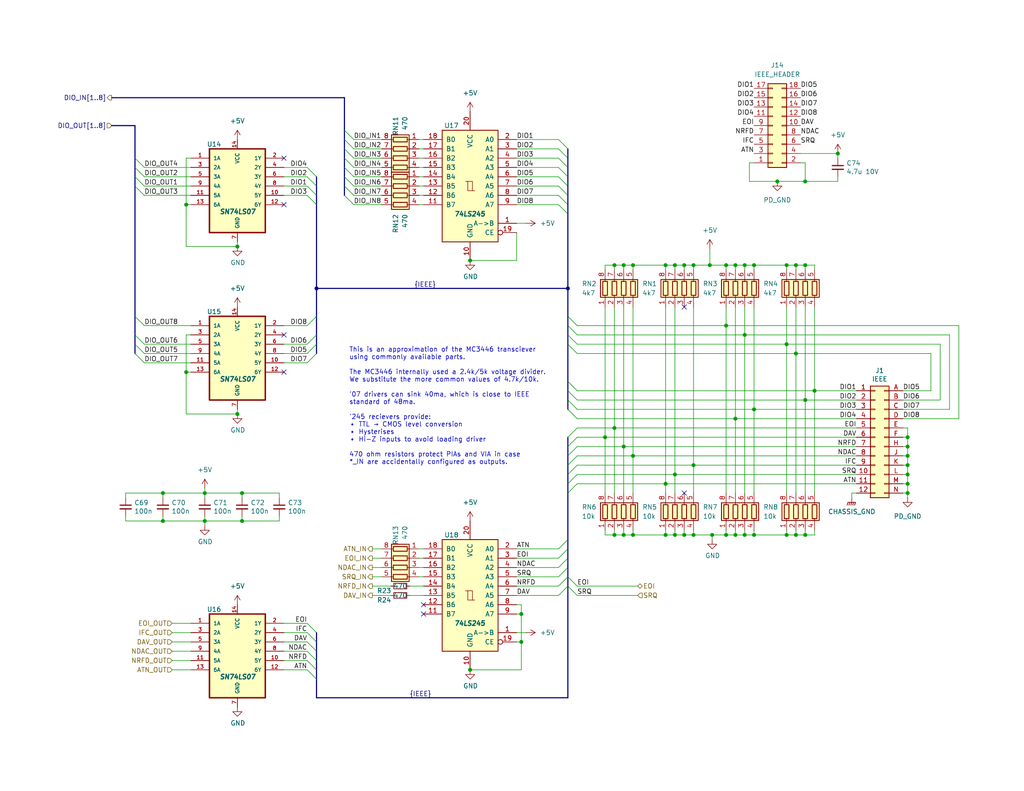
<source format=kicad_sch>
(kicad_sch (version 20211123) (generator eeschema)
  (paper "A")
  (title_block (title "EconoPET 40/8096") (date "2023-11-21") (rev "B"))
  (lib_symbols
    (symbol "74xx:74LS245" (pin_names (offset 1.016))
      (property "Reference" "U" (at -7.62 16.51 0))
      (property "Value" "74LS245" (at -7.62 -16.51 0))
      (symbol "74LS245_1_0"
        (pin input line (at -12.7 -10.16 0) (length 5.08) (name "A->B") (number "1"))
        (pin power_in line (at 0 -20.32 90) (length 5.08) (name "GND") (number "10"))
        (pin tri_state line (at 12.7 -5.08 180) (length 5.08) (name "B7") (number "11"))
        (pin tri_state line (at 12.7 -2.54 180) (length 5.08) (name "B6") (number "12"))
        (pin tri_state line (at 12.7 0 180) (length 5.08) (name "B5") (number "13"))
        (pin tri_state line (at 12.7 2.54 180) (length 5.08) (name "B4") (number "14"))
        (pin tri_state line (at 12.7 5.08 180) (length 5.08) (name "B3") (number "15"))
        (pin tri_state line (at 12.7 7.62 180) (length 5.08) (name "B2") (number "16"))
        (pin tri_state line (at 12.7 10.16 180) (length 5.08) (name "B1") (number "17"))
        (pin tri_state line (at 12.7 12.7 180) (length 5.08) (name "B0") (number "18"))
        (pin input inverted (at -12.7 -12.7 0) (length 5.08) (name "CE") (number "19"))
        (pin tri_state line (at -12.7 12.7 0) (length 5.08) (name "A0") (number "2"))
        (pin power_in line (at 0 20.32 270) (length 5.08) (name "VCC") (number "20"))
        (pin tri_state line (at -12.7 10.16 0) (length 5.08) (name "A1") (number "3"))
        (pin tri_state line (at -12.7 7.62 0) (length 5.08) (name "A2") (number "4"))
        (pin tri_state line (at -12.7 5.08 0) (length 5.08) (name "A3") (number "5"))
        (pin tri_state line (at -12.7 2.54 0) (length 5.08) (name "A4") (number "6"))
        (pin tri_state line (at -12.7 0 0) (length 5.08) (name "A5") (number "7"))
        (pin tri_state line (at -12.7 -2.54 0) (length 5.08) (name "A6") (number "8"))
        (pin tri_state line (at -12.7 -5.08 0) (length 5.08) (name "A7") (number "9"))
      )
    )
    (symbol "Connector_Generic:Conn_02x09_Odd_Even" (pin_names (offset 1.016) hide)
      (property "Reference" "J" (at 1.27 12.7 0))
      (property "Value" "Conn_02x09_Odd_Even" (at 1.27 -12.7 0))
      (symbol "Conn_02x09_Odd_Even_1_1"
        (pin passive line (at -5.08 10.16 0) (length 3.81) (name "Pin_1") (number "1"))
        (pin passive line (at 7.62 0 180) (length 3.81) (name "Pin_10") (number "10"))
        (pin passive line (at -5.08 -2.54 0) (length 3.81) (name "Pin_11") (number "11"))
        (pin passive line (at 7.62 -2.54 180) (length 3.81) (name "Pin_12") (number "12"))
        (pin passive line (at -5.08 -5.08 0) (length 3.81) (name "Pin_13") (number "13"))
        (pin passive line (at 7.62 -5.08 180) (length 3.81) (name "Pin_14") (number "14"))
        (pin passive line (at -5.08 -7.62 0) (length 3.81) (name "Pin_15") (number "15"))
        (pin passive line (at 7.62 -7.62 180) (length 3.81) (name "Pin_16") (number "16"))
        (pin passive line (at -5.08 -10.16 0) (length 3.81) (name "Pin_17") (number "17"))
        (pin passive line (at 7.62 -10.16 180) (length 3.81) (name "Pin_18") (number "18"))
        (pin passive line (at 7.62 10.16 180) (length 3.81) (name "Pin_2") (number "2"))
        (pin passive line (at -5.08 7.62 0) (length 3.81) (name "Pin_3") (number "3"))
        (pin passive line (at 7.62 7.62 180) (length 3.81) (name "Pin_4") (number "4"))
        (pin passive line (at -5.08 5.08 0) (length 3.81) (name "Pin_5") (number "5"))
        (pin passive line (at 7.62 5.08 180) (length 3.81) (name "Pin_6") (number "6"))
        (pin passive line (at -5.08 2.54 0) (length 3.81) (name "Pin_7") (number "7"))
        (pin passive line (at 7.62 2.54 180) (length 3.81) (name "Pin_8") (number "8"))
        (pin passive line (at -5.08 0 0) (length 3.81) (name "Pin_9") (number "9"))
      )
    )
    (symbol "Device:C_Small" (pin_numbers hide) (pin_names (offset 0.254) hide)
      (property "Reference" "C" (at 0.254 1.778 0))
      (property "Value" "C_Small" (at 0.254 -2.032 0))
      (symbol "C_Small_1_1"
        (pin passive line (at 0 2.54 270) (length 2.032) (name "~") (number "1"))
        (pin passive line (at 0 -2.54 90) (length 2.032) (name "~") (number "2"))
      )
    )
    (symbol "Device:R_Pack04" (pin_names (offset 0) hide)
      (property "Reference" "RN" (at -7.62 0 90))
      (property "Value" "R_Pack04" (at 5.08 0 90))
      (symbol "R_Pack04_1_1"
        (pin passive line (at -5.08 -5.08 90) (length 2.54) (name "R1.1") (number "1"))
        (pin passive line (at -2.54 -5.08 90) (length 2.54) (name "R2.1") (number "2"))
        (pin passive line (at 0 -5.08 90) (length 2.54) (name "R3.1") (number "3"))
        (pin passive line (at 2.54 -5.08 90) (length 2.54) (name "R4.1") (number "4"))
        (pin passive line (at 2.54 5.08 270) (length 2.54) (name "R4.2") (number "5"))
        (pin passive line (at 0 5.08 270) (length 2.54) (name "R3.2") (number "6"))
        (pin passive line (at -2.54 5.08 270) (length 2.54) (name "R2.2") (number "7"))
        (pin passive line (at -5.08 5.08 270) (length 2.54) (name "R1.2") (number "8"))
      )
    )
    (symbol "Device:R_Small" (pin_numbers hide) (pin_names (offset 0.254) hide)
      (property "Reference" "R" (at 0.762 0.508 0))
      (property "Value" "R_Small" (at 0.762 -1.016 0))
      (symbol "R_Small_1_1"
        (pin passive line (at 0 2.54 270) (length 0.762) (name "~") (number "1"))
        (pin passive line (at 0 -2.54 90) (length 0.762) (name "~") (number "2"))
      )
    )
    (symbol "Mainboard-rescue:SN74LS07-PET" (pin_names (offset 1.016))
      (property "Reference" "U" (at -12.7 16.2306 0))
      (property "Value" "SN74LS07-PET" (at -10.16 -2.7178 0))
      (symbol "SN74LS07-PET_0_0"
        (pin input line (at -17.78 12.7 0) (length 5.08) (name "1A") (number "1"))
        (pin output line (at 7.62 2.54 180) (length 5.08) (name "5Y") (number "10"))
        (pin input line (at -17.78 2.54 0) (length 5.08) (name "5A") (number "11"))
        (pin output line (at 7.62 0 180) (length 5.08) (name "6Y") (number "12"))
        (pin input line (at -17.78 0 0) (length 5.08) (name "6A") (number "13"))
        (pin power_in line (at -5.08 17.78 270) (length 2.54) (name "VCC") (number "14"))
        (pin output line (at 7.62 12.7 180) (length 5.08) (name "1Y") (number "2"))
        (pin input line (at -17.78 10.16 0) (length 5.08) (name "2A") (number "3"))
        (pin output line (at 7.62 10.16 180) (length 5.08) (name "2Y") (number "4"))
        (pin input line (at -17.78 7.62 0) (length 5.08) (name "3A") (number "5"))
        (pin output line (at 7.62 7.62 180) (length 5.08) (name "3Y") (number "6"))
        (pin power_in line (at -5.08 -10.16 90) (length 2.54) (name "GND") (number "7"))
        (pin output line (at 7.62 5.08 180) (length 5.08) (name "4Y") (number "8"))
        (pin input line (at -17.78 5.08 0) (length 5.08) (name "4A") (number "9"))
      )
    )
    (symbol "PET:CHASSIS_GND" (power) (pin_names (offset 0))
      (property "Value" "CHASSIS_GND" (at 0 -3.302 0))
      (symbol "CHASSIS_GND_1_1"
        (pin power_in line (at 0 0 270) (length 0) hide (name "CHASSIS_GND") (number "1"))
      )
    )
    (symbol "PET:PD_GND" (power) (pin_names (offset 0))
      (property "Value" "PD_GND" (at 0 -3.81 0))
      (symbol "PD_GND_1_1"
        (pin power_in line (at 0 0 270) (length 0) hide (name "PD_GND") (number "1"))
      )
    )
    (symbol "Retrocomputing:CBM_PET_IEEE_Conn_02x12_Card_Edge" (pin_names (offset 1.016) hide)
      (property "Reference" "J" (at 1.27 15.24 0))
      (property "Value" "CBM_PET_IEEE_Conn_02x12_Card_Edge" (at 1.27 -17.78 0))
      (symbol "CBM_PET_IEEE_Conn_02x12_Card_Edge_1_1"
        (pin passive line (at -5.08 12.7 0) (length 3.81) (name "DIO1") (number "1"))
        (pin passive line (at -5.08 -10.16 0) (length 3.81) (name "SRQ") (number "10"))
        (pin passive line (at -5.08 -12.7 0) (length 3.81) (name "ATN") (number "11"))
        (pin passive line (at -5.08 -15.24 0) (length 3.81) (name "GND") (number "12"))
        (pin passive line (at -5.08 10.16 0) (length 3.81) (name "DIO2") (number "2"))
        (pin passive line (at -5.08 7.62 0) (length 3.81) (name "DIO3") (number "3"))
        (pin passive line (at -5.08 5.08 0) (length 3.81) (name "DIO4") (number "4"))
        (pin passive line (at -5.08 2.54 0) (length 3.81) (name "EOI") (number "5"))
        (pin passive line (at -5.08 0 0) (length 3.81) (name "DAV") (number "6"))
        (pin passive line (at -5.08 -2.54 0) (length 3.81) (name "NRFD") (number "7"))
        (pin passive line (at -5.08 -5.08 0) (length 3.81) (name "NDAC") (number "8"))
        (pin passive line (at -5.08 -7.62 0) (length 3.81) (name "IFC") (number "9"))
        (pin passive line (at 7.62 12.7 180) (length 3.81) (name "DIO5") (number "A"))
        (pin passive line (at 7.62 10.16 180) (length 3.81) (name "DIO6") (number "B"))
        (pin passive line (at 7.62 7.62 180) (length 3.81) (name "DIO7") (number "C"))
        (pin passive line (at 7.62 5.08 180) (length 3.81) (name "DIO8") (number "D"))
        (pin passive line (at 7.62 2.54 180) (length 3.81) (name "GND") (number "E"))
        (pin passive line (at 7.62 0 180) (length 3.81) (name "GND") (number "F"))
        (pin passive line (at 7.62 -2.54 180) (length 3.81) (name "GND") (number "H"))
        (pin passive line (at 7.62 -5.08 180) (length 3.81) (name "GND") (number "J"))
        (pin passive line (at 7.62 -7.62 180) (length 3.81) (name "GND") (number "K"))
        (pin passive line (at 7.62 -10.16 180) (length 3.81) (name "GND") (number "L"))
        (pin passive line (at 7.62 -12.7 180) (length 3.81) (name "GND") (number "M"))
        (pin passive line (at 7.62 -15.24 180) (length 3.81) (name "GND") (number "N"))
      )
    )
    (symbol "power:+5V" (power) (pin_names (offset 0))
      (property "Value" "+5V" (at 0 3.556 0))
      (symbol "+5V_1_1"
        (pin power_in line (at 0 0 90) (length 0) hide (name "+5V") (number "1"))
      )
    )
    (symbol "power:GND" (power) (pin_names (offset 0))
      (property "Value" "GND" (at 0 -3.81 0))
      (symbol "GND_1_1"
        (pin power_in line (at 0 0 270) (length 0) hide (name "GND") (number "1"))
      )
    )
  )
  (bus_alias "IEEE_IN" (members "DAV_IN" "NRFD_IN" "NDAC_IN" "ATN_IN" "EOI_IN" "SRQ_IN"))
  (bus_alias "IEEE" (members "ATN" "EOI" "NDAC" "SRQ" "NRFD" "DAV" "IFC" "DIO8" "DIO1" "DIO2" "DIO3" "DIO4" "DIO5" "DIO6" "DIO7"))
  (junction (at 247.65 132.08))
  (junction (at 128.27 71.12))
  (junction (at 222.25 106.68))
  (junction (at 184.15 129.54))
  (junction (at 247.65 129.54))
  (junction (at 189.23 127))
  (junction (at 44.45 134.62))
  (junction (at 200.66 72.39))
  (junction (at 214.63 72.39))
  (junction (at 66.04 134.62))
  (junction (at 205.74 111.76))
  (junction (at 167.64 116.84))
  (junction (at 214.63 93.98))
  (junction (at 167.64 72.39))
  (junction (at 86.36 78.74))
  (junction (at 247.65 127))
  (junction (at 189.23 146.05))
  (junction (at 184.15 146.05))
  (junction (at 64.77 67.31))
  (junction (at 50.8 101.6))
  (junction (at 170.18 146.05))
  (junction (at 247.65 121.92))
  (junction (at 217.17 72.39))
  (junction (at 247.65 134.62))
  (junction (at 198.12 146.05))
  (junction (at 228.6 41.91))
  (junction (at 55.88 142.24))
  (junction (at 128.27 182.88))
  (junction (at 205.74 146.05))
  (junction (at 200.66 146.05))
  (junction (at 203.2 91.44))
  (junction (at 181.61 146.05))
  (junction (at 165.1 119.38))
  (junction (at 193.675 72.39))
  (junction (at 181.61 72.39))
  (junction (at 142.24 175.26))
  (junction (at 172.72 146.05))
  (junction (at 66.04 142.24))
  (junction (at 167.64 146.05))
  (junction (at 154.94 78.74))
  (junction (at 64.77 113.03))
  (junction (at 214.63 146.05))
  (junction (at 170.18 72.39))
  (junction (at 203.2 72.39))
  (junction (at 212.09 49.53))
  (junction (at 219.71 72.39))
  (junction (at 198.12 72.39))
  (junction (at 170.18 121.92))
  (junction (at 142.24 167.64))
  (junction (at 203.2 146.05))
  (junction (at 200.66 114.3))
  (junction (at 181.61 132.08))
  (junction (at 247.65 119.38))
  (junction (at 172.72 124.46))
  (junction (at 194.31 146.05))
  (junction (at 219.71 49.53))
  (junction (at 186.69 72.39))
  (junction (at 217.17 146.05))
  (junction (at 189.23 72.39))
  (junction (at 186.69 146.05))
  (junction (at 217.17 96.52))
  (junction (at 247.65 124.46))
  (junction (at 219.71 146.05))
  (junction (at 184.15 72.39))
  (junction (at 172.72 72.39))
  (junction (at 219.71 109.22))
  (junction (at 205.74 72.39))
  (junction (at 50.8 55.88))
  (junction (at 44.45 142.24))
  (junction (at 198.12 88.9))
  (junction (at 55.88 134.62))
  (no_connect (at 77.47 91.44))
  (no_connect (at 77.47 101.6))
  (no_connect (at 77.47 55.88))
  (no_connect (at 77.47 43.18))
  (no_connect (at 186.69 83.82))
  (no_connect (at 115.57 165.1))
  (no_connect (at 115.57 167.64))
  (no_connect (at 186.69 134.62))
  (bus_entry (at 154.94 111.76) (size 2.54 2.54))
  (bus_entry (at 36.83 50.8) (size 2.54 2.54))
  (bus_entry (at 36.83 48.26) (size 2.54 2.54))
  (bus_entry (at 86.36 175.26) (size -2.54 -2.54))
  (bus_entry (at 36.83 86.36) (size 2.54 2.54))
  (bus_entry (at 152.4 55.88) (size 2.54 2.54))
  (bus_entry (at 152.4 38.1) (size 2.54 2.54))
  (bus_entry (at 154.94 127) (size 2.54 -2.54))
  (bus_entry (at 154.94 119.38) (size 2.54 -2.54))
  (bus_entry (at 93.98 43.18) (size 2.54 2.54))
  (bus_entry (at 152.4 40.64) (size 2.54 2.54))
  (bus_entry (at 154.94 132.08) (size 2.54 -2.54))
  (bus_entry (at 154.94 106.68) (size 2.54 2.54))
  (bus_entry (at 152.4 50.8) (size 2.54 2.54))
  (bus_entry (at 93.98 50.8) (size 2.54 2.54))
  (bus_entry (at 157.48 96.52) (size -2.54 -2.54))
  (bus_entry (at 152.4 43.18) (size 2.54 2.54))
  (bus_entry (at 93.98 53.34) (size 2.54 2.54))
  (bus_entry (at 93.98 38.1) (size 2.54 2.54))
  (bus_entry (at 86.36 48.26) (size -2.54 -2.54))
  (bus_entry (at 157.48 93.98) (size -2.54 -2.54))
  (bus_entry (at 152.4 45.72) (size 2.54 2.54))
  (bus_entry (at 36.83 93.98) (size 2.54 2.54))
  (bus_entry (at 154.94 152.4) (size -2.54 2.54))
  (bus_entry (at 83.82 93.98) (size 2.54 -2.54))
  (bus_entry (at 154.94 134.62) (size 2.54 -2.54))
  (bus_entry (at 86.36 180.34) (size -2.54 -2.54))
  (bus_entry (at 93.98 40.64) (size 2.54 2.54))
  (bus_entry (at 154.94 157.48) (size -2.54 2.54))
  (bus_entry (at 86.36 50.8) (size -2.54 -2.54))
  (bus_entry (at 93.98 45.72) (size 2.54 2.54))
  (bus_entry (at 154.94 121.92) (size 2.54 -2.54))
  (bus_entry (at 152.4 53.34) (size 2.54 2.54))
  (bus_entry (at 86.36 185.42) (size -2.54 -2.54))
  (bus_entry (at 36.83 45.72) (size 2.54 2.54))
  (bus_entry (at 86.36 86.36) (size -2.54 2.54))
  (bus_entry (at 93.98 48.26) (size 2.54 2.54))
  (bus_entry (at 36.83 96.52) (size 2.54 2.54))
  (bus_entry (at 154.94 147.32) (size -2.54 2.54))
  (bus_entry (at 86.36 55.88) (size -2.54 -2.54))
  (bus_entry (at 36.83 43.18) (size 2.54 2.54))
  (bus_entry (at 154.94 154.94) (size -2.54 2.54))
  (bus_entry (at 83.82 99.06) (size 2.54 -2.54))
  (bus_entry (at 86.36 182.88) (size -2.54 -2.54))
  (bus_entry (at 154.94 160.02) (size 2.54 2.54))
  (bus_entry (at 154.94 157.48) (size 2.54 2.54))
  (bus_entry (at 157.48 88.9) (size -2.54 -2.54))
  (bus_entry (at 86.36 53.34) (size -2.54 -2.54))
  (bus_entry (at 154.94 124.46) (size 2.54 -2.54))
  (bus_entry (at 86.36 93.98) (size -2.54 2.54))
  (bus_entry (at 86.36 177.8) (size -2.54 -2.54))
  (bus_entry (at 86.36 172.72) (size -2.54 -2.54))
  (bus_entry (at 93.98 35.56) (size 2.54 2.54))
  (bus_entry (at 152.4 48.26) (size 2.54 2.54))
  (bus_entry (at 154.94 149.86) (size -2.54 2.54))
  (bus_entry (at 36.83 91.44) (size 2.54 2.54))
  (bus_entry (at 154.94 109.22) (size 2.54 2.54))
  (bus_entry (at 154.94 129.54) (size 2.54 -2.54))
  (bus_entry (at 154.94 160.02) (size -2.54 2.54))
  (bus_entry (at 154.94 104.14) (size 2.54 2.54))
  (bus_entry (at 157.48 91.44) (size -2.54 -2.54))
  (wire (pts (xy 214.63 93.98) (xy 214.63 134.62)))
  (wire (pts (xy 157.48 93.98) (xy 214.63 93.98)))
  (wire (pts (xy 172.72 83.82) (xy 172.72 124.46)))
  (wire (pts (xy 246.38 132.08) (xy 247.65 132.08)))
  (wire (pts (xy 181.61 72.39) (xy 181.61 73.66)))
  (wire (pts (xy 203.2 91.44) (xy 157.48 91.44)))
  (wire (pts (xy 219.71 83.82) (xy 219.71 109.22)))
  (bus (pts (xy 154.94 149.86) (xy 154.94 152.4)))
  (wire (pts (xy 181.61 83.82) (xy 181.61 132.08)))
  (wire (pts (xy 198.12 88.9) (xy 157.48 88.9)))
  (wire (pts (xy 247.65 121.92) (xy 247.65 124.46)))
  (wire (pts (xy 228.6 41.91) (xy 228.6 43.18)))
  (wire (pts (xy 114.3 154.94) (xy 115.57 154.94)))
  (wire (pts (xy 205.74 146.05) (xy 214.63 146.05)))
  (wire (pts (xy 217.17 72.39) (xy 219.71 72.39)))
  (bus (pts (xy 86.36 91.44) (xy 86.36 93.98)))
  (wire (pts (xy 55.88 133.35) (xy 55.88 134.62)))
  (bus (pts (xy 154.94 152.4) (xy 154.94 154.94)))
  (wire (pts (xy 247.65 116.84) (xy 247.65 119.38)))
  (wire (pts (xy 76.2 134.62) (xy 76.2 135.89)))
  (wire (pts (xy 39.37 93.98) (xy 52.07 93.98)))
  (wire (pts (xy 219.71 72.39) (xy 222.25 72.39)))
  (bus (pts (xy 93.98 40.64) (xy 93.98 43.18)))
  (bus (pts (xy 154.94 124.46) (xy 154.94 127)))
  (bus (pts (xy 93.98 48.26) (xy 93.98 50.8)))
  (wire (pts (xy 167.64 116.84) (xy 167.64 134.62)))
  (wire (pts (xy 66.04 140.97) (xy 66.04 142.24)))
  (wire (pts (xy 157.48 132.08) (xy 181.61 132.08)))
  (bus (pts (xy 154.94 121.92) (xy 154.94 124.46)))
  (wire (pts (xy 200.66 83.82) (xy 200.66 114.3)))
  (bus (pts (xy 154.94 40.64) (xy 154.94 43.18)))
  (wire (pts (xy 172.72 124.46) (xy 233.68 124.46)))
  (wire (pts (xy 128.27 182.88) (xy 142.24 182.88)))
  (bus (pts (xy 86.36 86.36) (xy 86.36 91.44)))
  (wire (pts (xy 39.37 53.34) (xy 52.07 53.34)))
  (bus (pts (xy 154.94 104.14) (xy 154.94 106.68)))
  (wire (pts (xy 246.38 121.92) (xy 247.65 121.92)))
  (wire (pts (xy 189.23 127) (xy 233.68 127)))
  (wire (pts (xy 77.47 172.72) (xy 83.82 172.72)))
  (wire (pts (xy 203.2 146.05) (xy 205.74 146.05)))
  (wire (pts (xy 194.31 147.32) (xy 194.31 146.05)))
  (wire (pts (xy 96.52 38.1) (xy 104.14 38.1)))
  (wire (pts (xy 214.63 83.82) (xy 214.63 93.98)))
  (wire (pts (xy 189.23 83.82) (xy 189.23 127)))
  (wire (pts (xy 157.48 124.46) (xy 172.72 124.46)))
  (wire (pts (xy 189.23 144.78) (xy 189.23 146.05)))
  (wire (pts (xy 44.45 140.97) (xy 44.45 142.24)))
  (wire (pts (xy 157.48 119.38) (xy 165.1 119.38)))
  (wire (pts (xy 246.38 109.22) (xy 256.54 109.22)))
  (wire (pts (xy 66.04 135.89) (xy 66.04 134.62)))
  (wire (pts (xy 39.37 88.9) (xy 52.07 88.9)))
  (wire (pts (xy 247.65 127) (xy 247.65 129.54)))
  (bus (pts (xy 36.83 91.44) (xy 36.83 93.98)))
  (wire (pts (xy 167.64 146.05) (xy 170.18 146.05)))
  (wire (pts (xy 172.72 124.46) (xy 172.72 134.62)))
  (wire (pts (xy 181.61 132.08) (xy 181.61 134.62)))
  (wire (pts (xy 44.45 134.62) (xy 55.88 134.62)))
  (bus (pts (xy 93.98 26.67) (xy 93.98 35.56)))
  (wire (pts (xy 217.17 96.52) (xy 254 96.52)))
  (bus (pts (xy 93.98 45.72) (xy 93.98 48.26)))
  (wire (pts (xy 83.82 177.8) (xy 77.47 177.8)))
  (wire (pts (xy 170.18 146.05) (xy 172.72 146.05)))
  (wire (pts (xy 219.71 144.78) (xy 219.71 146.05)))
  (bus (pts (xy 154.94 147.32) (xy 154.94 149.86)))
  (wire (pts (xy 172.72 144.78) (xy 172.72 146.05)))
  (bus (pts (xy 86.36 180.34) (xy 86.36 182.88)))
  (wire (pts (xy 261.62 114.3) (xy 261.62 88.9)))
  (wire (pts (xy 39.37 45.72) (xy 52.07 45.72)))
  (wire (pts (xy 142.24 167.64) (xy 142.24 175.26)))
  (wire (pts (xy 115.57 157.48) (xy 114.3 157.48)))
  (wire (pts (xy 39.37 50.8) (xy 52.07 50.8)))
  (wire (pts (xy 170.18 144.78) (xy 170.18 146.05)))
  (bus (pts (xy 86.36 55.88) (xy 86.36 78.74)))
  (bus (pts (xy 93.98 35.56) (xy 93.98 38.1)))
  (wire (pts (xy 140.97 162.56) (xy 152.4 162.56)))
  (wire (pts (xy 170.18 72.39) (xy 172.72 72.39)))
  (wire (pts (xy 259.08 111.76) (xy 259.08 91.44)))
  (wire (pts (xy 246.38 134.62) (xy 247.65 134.62)))
  (wire (pts (xy 114.3 40.64) (xy 115.57 40.64)))
  (wire (pts (xy 77.47 45.72) (xy 83.82 45.72)))
  (wire (pts (xy 46.99 172.72) (xy 52.07 172.72)))
  (wire (pts (xy 184.15 129.54) (xy 184.15 134.62)))
  (wire (pts (xy 246.38 129.54) (xy 247.65 129.54)))
  (wire (pts (xy 167.64 116.84) (xy 233.68 116.84)))
  (wire (pts (xy 142.24 175.26) (xy 142.24 182.88)))
  (bus (pts (xy 154.94 45.72) (xy 154.94 48.26)))
  (wire (pts (xy 219.71 109.22) (xy 233.68 109.22)))
  (wire (pts (xy 140.97 71.12) (xy 128.27 71.12)))
  (wire (pts (xy 140.97 152.4) (xy 152.4 152.4)))
  (bus (pts (xy 154.94 58.42) (xy 154.94 78.74)))
  (wire (pts (xy 96.52 55.88) (xy 104.14 55.88)))
  (bus (pts (xy 86.36 93.98) (xy 86.36 96.52)))
  (wire (pts (xy 140.97 63.5) (xy 140.97 71.12)))
  (bus (pts (xy 154.94 160.02) (xy 154.94 190.5)))
  (wire (pts (xy 246.38 124.46) (xy 247.65 124.46)))
  (wire (pts (xy 198.12 83.82) (xy 198.12 88.9)))
  (wire (pts (xy 198.12 146.05) (xy 200.66 146.05)))
  (bus (pts (xy 154.94 154.94) (xy 154.94 157.48)))
  (wire (pts (xy 203.2 91.44) (xy 203.2 134.62)))
  (wire (pts (xy 157.48 96.52) (xy 217.17 96.52)))
  (wire (pts (xy 165.1 73.66) (xy 165.1 72.39)))
  (wire (pts (xy 34.29 134.62) (xy 44.45 134.62)))
  (wire (pts (xy 66.04 142.24) (xy 55.88 142.24)))
  (wire (pts (xy 96.52 48.26) (xy 104.14 48.26)))
  (wire (pts (xy 114.3 38.1) (xy 115.57 38.1)))
  (wire (pts (xy 232.41 134.62) (xy 232.41 135.89)))
  (wire (pts (xy 204.47 44.45) (xy 205.74 44.45)))
  (wire (pts (xy 247.65 132.08) (xy 247.65 134.62)))
  (wire (pts (xy 198.12 88.9) (xy 198.12 134.62)))
  (wire (pts (xy 157.48 109.22) (xy 219.71 109.22)))
  (wire (pts (xy 246.38 114.3) (xy 261.62 114.3)))
  (bus (pts (xy 86.36 78.74) (xy 86.36 86.36)))
  (wire (pts (xy 83.82 96.52) (xy 77.47 96.52)))
  (wire (pts (xy 77.47 93.98) (xy 83.82 93.98)))
  (wire (pts (xy 203.2 144.78) (xy 203.2 146.05)))
  (wire (pts (xy 76.2 142.24) (xy 66.04 142.24)))
  (wire (pts (xy 140.97 165.1) (xy 142.24 165.1)))
  (wire (pts (xy 222.25 72.39) (xy 222.25 73.66)))
  (wire (pts (xy 39.37 99.06) (xy 52.07 99.06)))
  (wire (pts (xy 167.64 72.39) (xy 170.18 72.39)))
  (wire (pts (xy 96.52 53.34) (xy 104.14 53.34)))
  (wire (pts (xy 96.52 50.8) (xy 104.14 50.8)))
  (wire (pts (xy 181.61 132.08) (xy 233.68 132.08)))
  (wire (pts (xy 96.52 40.64) (xy 104.14 40.64)))
  (bus (pts (xy 36.83 34.29) (xy 36.83 43.18)))
  (wire (pts (xy 205.74 72.39) (xy 214.63 72.39)))
  (wire (pts (xy 186.69 72.39) (xy 189.23 72.39)))
  (bus (pts (xy 154.94 55.88) (xy 154.94 58.42)))
  (wire (pts (xy 246.38 106.68) (xy 254 106.68)))
  (wire (pts (xy 200.66 114.3) (xy 200.66 134.62)))
  (wire (pts (xy 217.17 144.78) (xy 217.17 146.05)))
  (bus (pts (xy 93.98 50.8) (xy 93.98 53.34)))
  (wire (pts (xy 50.8 43.18) (xy 50.8 55.88)))
  (wire (pts (xy 205.74 83.82) (xy 205.74 111.76)))
  (bus (pts (xy 36.83 93.98) (xy 36.83 96.52)))
  (wire (pts (xy 184.15 129.54) (xy 233.68 129.54)))
  (bus (pts (xy 36.83 86.36) (xy 36.83 91.44)))
  (wire (pts (xy 205.74 111.76) (xy 205.74 134.62)))
  (wire (pts (xy 140.97 157.48) (xy 152.4 157.48)))
  (wire (pts (xy 219.71 146.05) (xy 222.25 146.05)))
  (wire (pts (xy 247.65 124.46) (xy 247.65 127)))
  (bus (pts (xy 154.94 78.74) (xy 154.94 86.36)))
  (wire (pts (xy 212.09 49.53) (xy 219.71 49.53)))
  (wire (pts (xy 261.62 88.9) (xy 198.12 88.9)))
  (wire (pts (xy 34.29 142.24) (xy 34.29 140.97)))
  (bus (pts (xy 36.83 48.26) (xy 36.83 50.8)))
  (wire (pts (xy 204.47 49.53) (xy 204.47 44.45)))
  (wire (pts (xy 228.6 48.26) (xy 228.6 49.53)))
  (bus (pts (xy 154.94 86.36) (xy 154.94 88.9)))
  (wire (pts (xy 157.48 116.84) (xy 167.64 116.84)))
  (bus (pts (xy 36.83 50.8) (xy 36.83 86.36)))
  (wire (pts (xy 165.1 72.39) (xy 167.64 72.39)))
  (wire (pts (xy 140.97 172.72) (xy 143.51 172.72)))
  (wire (pts (xy 115.57 50.8) (xy 114.3 50.8)))
  (wire (pts (xy 165.1 119.38) (xy 165.1 134.62)))
  (wire (pts (xy 140.97 55.88) (xy 152.4 55.88)))
  (wire (pts (xy 140.97 149.86) (xy 152.4 149.86)))
  (wire (pts (xy 34.29 142.24) (xy 44.45 142.24)))
  (bus (pts (xy 86.36 78.74) (xy 154.94 78.74)))
  (wire (pts (xy 140.97 154.94) (xy 152.4 154.94)))
  (wire (pts (xy 83.82 99.06) (xy 77.47 99.06)))
  (wire (pts (xy 181.61 146.05) (xy 184.15 146.05)))
  (wire (pts (xy 222.25 106.68) (xy 233.68 106.68)))
  (wire (pts (xy 246.38 127) (xy 247.65 127)))
  (wire (pts (xy 184.15 144.78) (xy 184.15 146.05)))
  (wire (pts (xy 104.14 154.94) (xy 101.6 154.94)))
  (wire (pts (xy 140.97 60.96) (xy 143.51 60.96)))
  (wire (pts (xy 222.25 106.68) (xy 222.25 134.62)))
  (wire (pts (xy 246.38 119.38) (xy 247.65 119.38)))
  (wire (pts (xy 140.97 53.34) (xy 152.4 53.34)))
  (wire (pts (xy 55.88 135.89) (xy 55.88 134.62)))
  (bus (pts (xy 86.36 53.34) (xy 86.36 55.88)))
  (wire (pts (xy 170.18 83.82) (xy 170.18 121.92)))
  (wire (pts (xy 142.24 165.1) (xy 142.24 167.64)))
  (bus (pts (xy 154.94 43.18) (xy 154.94 45.72)))
  (wire (pts (xy 157.48 127) (xy 189.23 127)))
  (bus (pts (xy 154.94 119.38) (xy 154.94 121.92)))
  (wire (pts (xy 247.65 119.38) (xy 247.65 121.92)))
  (wire (pts (xy 218.44 44.45) (xy 219.71 44.45)))
  (bus (pts (xy 86.36 182.88) (xy 86.36 185.42)))
  (wire (pts (xy 198.12 72.39) (xy 198.12 73.66)))
  (wire (pts (xy 189.23 72.39) (xy 193.675 72.39)))
  (bus (pts (xy 154.94 53.34) (xy 154.94 55.88)))
  (wire (pts (xy 140.97 50.8) (xy 152.4 50.8)))
  (wire (pts (xy 232.41 134.62) (xy 233.68 134.62)))
  (wire (pts (xy 205.74 144.78) (xy 205.74 146.05)))
  (wire (pts (xy 193.675 67.945) (xy 193.675 72.39)))
  (wire (pts (xy 205.74 72.39) (xy 205.74 73.66)))
  (wire (pts (xy 165.1 119.38) (xy 233.68 119.38)))
  (wire (pts (xy 157.48 121.92) (xy 170.18 121.92)))
  (wire (pts (xy 203.2 72.39) (xy 205.74 72.39)))
  (wire (pts (xy 189.23 127) (xy 189.23 134.62)))
  (wire (pts (xy 186.69 72.39) (xy 186.69 73.66)))
  (wire (pts (xy 77.47 170.18) (xy 83.82 170.18)))
  (wire (pts (xy 214.63 72.39) (xy 214.63 73.66)))
  (wire (pts (xy 115.57 55.88) (xy 114.3 55.88)))
  (bus (pts (xy 86.36 185.42) (xy 86.36 190.5)))
  (bus (pts (xy 154.94 93.98) (xy 154.94 104.14)))
  (wire (pts (xy 200.66 72.39) (xy 200.66 73.66)))
  (wire (pts (xy 181.61 72.39) (xy 184.15 72.39)))
  (wire (pts (xy 167.64 83.82) (xy 167.64 116.84)))
  (wire (pts (xy 142.24 175.26) (xy 140.97 175.26)))
  (wire (pts (xy 50.8 55.88) (xy 50.8 67.31)))
  (bus (pts (xy 36.83 45.72) (xy 36.83 48.26)))
  (bus (pts (xy 154.94 48.26) (xy 154.94 50.8)))
  (wire (pts (xy 181.61 144.78) (xy 181.61 146.05)))
  (wire (pts (xy 50.8 67.31) (xy 64.77 67.31)))
  (wire (pts (xy 114.3 152.4) (xy 115.57 152.4)))
  (wire (pts (xy 39.37 48.26) (xy 52.07 48.26)))
  (wire (pts (xy 111.76 162.56) (xy 115.57 162.56)))
  (wire (pts (xy 189.23 72.39) (xy 189.23 73.66)))
  (wire (pts (xy 256.54 93.98) (xy 256.54 109.22)))
  (wire (pts (xy 165.1 83.82) (xy 165.1 119.38)))
  (wire (pts (xy 77.47 180.34) (xy 83.82 180.34)))
  (bus (pts (xy 93.98 43.18) (xy 93.98 45.72)))
  (wire (pts (xy 157.48 106.68) (xy 222.25 106.68)))
  (wire (pts (xy 66.04 134.62) (xy 76.2 134.62)))
  (wire (pts (xy 203.2 83.82) (xy 203.2 91.44)))
  (bus (pts (xy 36.83 43.18) (xy 36.83 45.72)))
  (wire (pts (xy 214.63 93.98) (xy 256.54 93.98)))
  (wire (pts (xy 167.64 72.39) (xy 167.64 73.66)))
  (wire (pts (xy 247.65 129.54) (xy 247.65 132.08)))
  (bus (pts (xy 154.94 91.44) (xy 154.94 93.98)))
  (wire (pts (xy 198.12 144.78) (xy 198.12 146.05)))
  (bus (pts (xy 86.36 50.8) (xy 86.36 53.34)))
  (wire (pts (xy 205.74 111.76) (xy 233.68 111.76)))
  (wire (pts (xy 247.65 134.62) (xy 247.65 135.89)))
  (wire (pts (xy 50.8 91.44) (xy 50.8 101.6)))
  (wire (pts (xy 189.23 146.05) (xy 194.31 146.05)))
  (wire (pts (xy 214.63 144.78) (xy 214.63 146.05)))
  (bus (pts (xy 154.94 132.08) (xy 154.94 134.62)))
  (wire (pts (xy 83.82 50.8) (xy 77.47 50.8)))
  (wire (pts (xy 157.48 114.3) (xy 200.66 114.3)))
  (wire (pts (xy 157.48 162.56) (xy 173.99 162.56)))
  (wire (pts (xy 64.77 113.03) (xy 64.77 111.76)))
  (wire (pts (xy 165.1 146.05) (xy 167.64 146.05)))
  (wire (pts (xy 157.48 160.02) (xy 173.99 160.02)))
  (wire (pts (xy 170.18 121.92) (xy 170.18 134.62)))
  (wire (pts (xy 76.2 140.97) (xy 76.2 142.24)))
  (wire (pts (xy 52.07 43.18) (xy 50.8 43.18)))
  (wire (pts (xy 46.99 177.8) (xy 52.07 177.8)))
  (wire (pts (xy 140.97 40.64) (xy 152.4 40.64)))
  (wire (pts (xy 77.47 53.34) (xy 83.82 53.34)))
  (wire (pts (xy 44.45 142.24) (xy 55.88 142.24)))
  (wire (pts (xy 172.72 72.39) (xy 172.72 73.66)))
  (wire (pts (xy 259.08 91.44) (xy 203.2 91.44)))
  (wire (pts (xy 193.675 72.39) (xy 198.12 72.39)))
  (wire (pts (xy 96.52 45.72) (xy 104.14 45.72)))
  (wire (pts (xy 140.97 43.18) (xy 152.4 43.18)))
  (bus (pts (xy 86.36 172.72) (xy 86.36 175.26)))
  (wire (pts (xy 114.3 43.18) (xy 115.57 43.18)))
  (bus (pts (xy 154.94 88.9) (xy 154.94 91.44)))
  (wire (pts (xy 44.45 135.89) (xy 44.45 134.62)))
  (wire (pts (xy 55.88 134.62) (xy 66.04 134.62)))
  (wire (pts (xy 52.07 91.44) (xy 50.8 91.44)))
  (wire (pts (xy 214.63 72.39) (xy 217.17 72.39)))
  (wire (pts (xy 222.25 146.05) (xy 222.25 144.78)))
  (wire (pts (xy 184.15 83.82) (xy 184.15 129.54)))
  (wire (pts (xy 217.17 72.39) (xy 217.17 73.66)))
  (wire (pts (xy 165.1 144.78) (xy 165.1 146.05)))
  (bus (pts (xy 154.94 127) (xy 154.94 129.54)))
  (wire (pts (xy 217.17 83.82) (xy 217.17 96.52)))
  (wire (pts (xy 170.18 72.39) (xy 170.18 73.66)))
  (wire (pts (xy 157.48 111.76) (xy 205.74 111.76)))
  (wire (pts (xy 114.3 149.86) (xy 115.57 149.86)))
  (wire (pts (xy 140.97 38.1) (xy 152.4 38.1)))
  (wire (pts (xy 104.14 149.86) (xy 101.6 149.86)))
  (wire (pts (xy 114.3 48.26) (xy 115.57 48.26)))
  (wire (pts (xy 203.2 72.39) (xy 203.2 73.66)))
  (wire (pts (xy 219.71 109.22) (xy 219.71 134.62)))
  (wire (pts (xy 106.68 162.56) (xy 101.6 162.56)))
  (bus (pts (xy 154.94 50.8) (xy 154.94 53.34)))
  (wire (pts (xy 64.77 67.31) (xy 64.77 66.04)))
  (wire (pts (xy 219.71 72.39) (xy 219.71 73.66)))
  (wire (pts (xy 142.24 167.64) (xy 140.97 167.64)))
  (wire (pts (xy 114.3 53.34) (xy 115.57 53.34)))
  (wire (pts (xy 218.44 41.91) (xy 228.6 41.91)))
  (bus (pts (xy 86.36 177.8) (xy 86.36 180.34)))
  (wire (pts (xy 172.72 146.05) (xy 181.61 146.05)))
  (wire (pts (xy 46.99 170.18) (xy 52.07 170.18)))
  (wire (pts (xy 200.66 114.3) (xy 233.68 114.3)))
  (wire (pts (xy 115.57 45.72) (xy 114.3 45.72)))
  (wire (pts (xy 184.15 146.05) (xy 186.69 146.05)))
  (wire (pts (xy 214.63 146.05) (xy 217.17 146.05)))
  (wire (pts (xy 170.18 121.92) (xy 233.68 121.92)))
  (wire (pts (xy 200.66 72.39) (xy 203.2 72.39)))
  (wire (pts (xy 246.38 111.76) (xy 259.08 111.76)))
  (wire (pts (xy 55.88 140.97) (xy 55.88 142.24)))
  (wire (pts (xy 115.57 160.02) (xy 111.76 160.02)))
  (wire (pts (xy 212.09 49.53) (xy 204.47 49.53)))
  (wire (pts (xy 140.97 48.26) (xy 152.4 48.26)))
  (wire (pts (xy 50.8 113.03) (xy 64.77 113.03)))
  (wire (pts (xy 172.72 72.39) (xy 181.61 72.39)))
  (wire (pts (xy 198.12 72.39) (xy 200.66 72.39)))
  (wire (pts (xy 254 96.52) (xy 254 106.68)))
  (bus (pts (xy 154.94 106.68) (xy 154.94 109.22)))
  (wire (pts (xy 77.47 88.9) (xy 83.82 88.9)))
  (wire (pts (xy 83.82 48.26) (xy 77.47 48.26)))
  (wire (pts (xy 106.68 160.02) (xy 101.6 160.02)))
  (wire (pts (xy 140.97 160.02) (xy 152.4 160.02)))
  (wire (pts (xy 46.99 182.88) (xy 52.07 182.88)))
  (wire (pts (xy 46.99 180.34) (xy 52.07 180.34)))
  (wire (pts (xy 222.25 83.82) (xy 222.25 106.68)))
  (wire (pts (xy 46.99 175.26) (xy 52.07 175.26)))
  (bus (pts (xy 30.48 26.67) (xy 93.98 26.67)))
  (wire (pts (xy 83.82 182.88) (xy 77.47 182.88)))
  (wire (pts (xy 246.38 116.84) (xy 247.65 116.84)))
  (wire (pts (xy 217.17 96.52) (xy 217.17 134.62)))
  (wire (pts (xy 104.14 157.48) (xy 101.6 157.48)))
  (bus (pts (xy 154.94 134.62) (xy 154.94 147.32)))
  (wire (pts (xy 217.17 146.05) (xy 219.71 146.05)))
  (wire (pts (xy 96.52 43.18) (xy 104.14 43.18)))
  (bus (pts (xy 154.94 109.22) (xy 154.94 111.76)))
  (bus (pts (xy 30.48 34.29) (xy 36.83 34.29)))
  (wire (pts (xy 184.15 72.39) (xy 186.69 72.39)))
  (wire (pts (xy 186.69 146.05) (xy 189.23 146.05)))
  (wire (pts (xy 157.48 129.54) (xy 184.15 129.54)))
  (wire (pts (xy 50.8 55.88) (xy 52.07 55.88)))
  (wire (pts (xy 50.8 101.6) (xy 50.8 113.03)))
  (wire (pts (xy 140.97 45.72) (xy 152.4 45.72)))
  (wire (pts (xy 50.8 101.6) (xy 52.07 101.6)))
  (wire (pts (xy 34.29 135.89) (xy 34.29 134.62)))
  (wire (pts (xy 184.15 72.39) (xy 184.15 73.66)))
  (wire (pts (xy 167.64 144.78) (xy 167.64 146.05)))
  (bus (pts (xy 93.98 38.1) (xy 93.98 40.64)))
  (bus (pts (xy 154.94 190.5) (xy 86.36 190.5)))
  (wire (pts (xy 186.69 144.78) (xy 186.69 146.05)))
  (wire (pts (xy 200.66 146.05) (xy 203.2 146.05)))
  (wire (pts (xy 83.82 175.26) (xy 77.47 175.26)))
  (bus (pts (xy 154.94 157.48) (xy 154.94 160.02)))
  (bus (pts (xy 86.36 175.26) (xy 86.36 177.8)))
  (wire (pts (xy 39.37 96.52) (xy 52.07 96.52)))
  (bus (pts (xy 154.94 129.54) (xy 154.94 132.08)))
  (wire (pts (xy 104.14 152.4) (xy 101.6 152.4)))
  (wire (pts (xy 219.71 44.45) (xy 219.71 49.53)))
  (wire (pts (xy 55.88 143.51) (xy 55.88 142.24)))
  (wire (pts (xy 200.66 144.78) (xy 200.66 146.05)))
  (wire (pts (xy 194.31 146.05) (xy 198.12 146.05)))
  (wire (pts (xy 219.71 49.53) (xy 228.6 49.53)))
  (bus (pts (xy 86.36 48.26) (xy 86.36 50.8)))
  (text "This is an approximation of the MC3446 transciever\nusing commonly available parts.\n\nThe MC3446 internally used a 2.4k/5k voltage divider.\nWe substitute the more common values of 4.7k/10k.\n\n'07 drivers can sink 40ma, which is close to IEEE\nstandard of 48ma.\n\n'245 recievers provide:\n• TTL → CMOS level conversion\n• Hysterises\n• Hi-Z inputs to avoid loading driver\n\n470 ohm resistors protect PIAs and VIA in case\n*_IN are accidentally configured as outputs." (at 95.25 127 0) (effects (font (size 1.27 1.27)) (justify left bottom)))
  (label "DIO7" (at 218.44 29.21 0))
  (label "DIO_IN6" (at 96.52 50.8 0))
  (label "DIO6" (at 140.97 50.8 0))
  (label "ATN" (at 205.74 41.91 180))
  (label "DIO6" (at 218.44 26.67 0))
  (label "DIO3" (at 233.68 111.76 180))
  (label "DIO1" (at 83.82 50.8 180))
  (label "DIO_IN3" (at 96.52 43.18 0))
  (label "DIO_OUT5" (at 39.37 96.52 0))
  (label "DIO1" (at 140.97 38.1 0))
  (label "IFC" (at 205.74 39.37 180))
  (label "DIO3" (at 83.82 53.34 180))
  (label "DIO1" (at 205.74 24.13 180))
  (label "DIO_IN8" (at 96.52 55.88 0))
  (label "DIO6" (at 83.82 93.98 180))
  (label "ATN" (at 233.68 132.08 180))
  (label "SRQ" (at 218.44 39.37 0))
  (label "DIO4" (at 233.68 114.3 180))
  (label "DIO_IN1" (at 96.52 38.1 0))
  (label "{IEEE}" (at 113.03 78.74 0))
  (label "DIO_OUT4" (at 39.37 45.72 0))
  (label "EOI" (at 140.97 152.4 0))
  (label "DIO4" (at 205.74 31.75 180))
  (label "{IEEE}" (at 111.76 190.5 0))
  (label "NRFD" (at 83.82 180.34 180))
  (label "DIO4" (at 140.97 45.72 0))
  (label "EOI" (at 83.82 170.18 180))
  (label "NDAC" (at 83.82 177.8 180))
  (label "DIO_OUT2" (at 39.37 48.26 0))
  (label "EOI" (at 205.74 34.29 180))
  (label "DIO6" (at 246.38 109.22 0))
  (label "NRFD" (at 233.68 121.92 180))
  (label "DIO_OUT3" (at 39.37 53.34 0))
  (label "DIO3" (at 205.74 29.21 180))
  (label "DIO3" (at 140.97 43.18 0))
  (label "IFC" (at 233.68 127 180))
  (label "IFC" (at 83.82 172.72 180))
  (label "DIO8" (at 140.97 55.88 0))
  (label "NDAC" (at 140.97 154.94 0))
  (label "SRQ" (at 157.48 162.56 0))
  (label "DIO_IN7" (at 96.52 53.34 0))
  (label "DIO_OUT7" (at 39.37 99.06 0))
  (label "DIO5" (at 140.97 48.26 0))
  (label "DAV" (at 218.44 34.29 0))
  (label "SRQ" (at 140.97 157.48 0))
  (label "NRFD" (at 140.97 160.02 0))
  (label "SRQ" (at 233.68 129.54 180))
  (label "ATN" (at 83.82 182.88 180))
  (label "DIO_IN5" (at 96.52 48.26 0))
  (label "NDAC" (at 233.68 124.46 180))
  (label "DIO_OUT8" (at 39.37 88.9 0))
  (label "DAV" (at 83.82 175.26 180))
  (label "DIO_IN2" (at 96.52 40.64 0))
  (label "ATN" (at 140.97 149.86 0))
  (label "DIO8" (at 83.82 88.9 180))
  (label "DIO5" (at 218.44 24.13 0))
  (label "DAV" (at 233.68 119.38 180))
  (label "DIO8" (at 246.38 114.3 0))
  (label "NDAC" (at 218.44 36.83 0))
  (label "DIO2" (at 83.82 48.26 180))
  (label "DIO_IN4" (at 96.52 45.72 0))
  (label "DIO_OUT6" (at 39.37 93.98 0))
  (label "DIO2" (at 233.68 109.22 180))
  (label "DIO8" (at 218.44 31.75 0))
  (label "DIO7" (at 83.82 99.06 180))
  (label "DIO7" (at 140.97 53.34 0))
  (label "DIO5" (at 83.82 96.52 180))
  (label "DIO_OUT1" (at 39.37 50.8 0))
  (label "NRFD" (at 205.74 36.83 180))
  (label "DIO2" (at 205.74 26.67 180))
  (label "DIO2" (at 140.97 40.64 0))
  (label "DIO4" (at 83.82 45.72 180))
  (label "DIO1" (at 233.68 106.68 180))
  (label "DAV" (at 140.97 162.56 0))
  (label "EOI" (at 157.48 160.02 0))
  (label "DIO7" (at 246.38 111.76 0))
  (label "EOI" (at 233.68 116.84 180))
  (label "DIO5" (at 246.38 106.68 0))
  (hierarchical_label "NRFD_OUT" (shape input) (at 46.99 180.34 180))
  (hierarchical_label "SRQ" (shape input) (at 173.99 162.56 0))
  (hierarchical_label "ATN_OUT" (shape input) (at 46.99 182.88 180))
  (hierarchical_label "EOI" (shape bidirectional) (at 173.99 160.02 0))
  (hierarchical_label "EOI_OUT" (shape input) (at 46.99 170.18 180))
  (hierarchical_label "NDAC_IN" (shape output) (at 101.6 154.94 180))
  (hierarchical_label "IFC_OUT" (shape input) (at 46.99 172.72 180))
  (hierarchical_label "DIO_IN[1..8]" (shape output) (at 30.48 26.67 180))
  (hierarchical_label "SRQ_IN" (shape output) (at 101.6 157.48 180))
  (hierarchical_label "NDAC_OUT" (shape input) (at 46.99 177.8 180))
  (hierarchical_label "NRFD_IN" (shape output) (at 101.6 160.02 180))
  (hierarchical_label "DAV_OUT" (shape input) (at 46.99 175.26 180))
  (hierarchical_label "ATN_IN" (shape output) (at 101.6 149.86 180))
  (hierarchical_label "DIO_OUT[1..8]" (shape input) (at 30.48 34.29 180))
  (hierarchical_label "EOI_IN" (shape output) (at 101.6 152.4 180))
  (hierarchical_label "DAV_IN" (shape output) (at 101.6 162.56 180))
  (symbol (lib_id "74xx:74LS245") (at 128.27 50.8 0) (mirror y) (unit 1)
    (property "Reference" "U17" (at 123.19 34.29 0))
    (property "Value" "74LS245" (at 128.27 58.42 0) (effects (font bold italic)))
    (property "Footprint" "Package_SO:SOIC-20W_7.5x12.8mm_P1.27mm" (effects hide))
    (property "Datasheet" "https://datasheet.lcsc.com/lcsc/1810010228_Texas-Instruments-SN74LS245DWR_C129580.pdf" (effects hide))
    (property "LCSC" "C129580" (effects hide))
  )
  (symbol (lib_id "74xx:74LS245") (at 128.27 162.56 0) (mirror y) (unit 1)
    (property "Reference" "U18" (at 123.19 146.05 0))
    (property "Value" "74LS245" (at 128.27 170.18 0) (effects (font bold italic)))
    (property "Footprint" "Package_SO:SOIC-20W_7.5x12.8mm_P1.27mm" (effects hide))
    (property "Datasheet" "https://datasheet.lcsc.com/lcsc/1810010228_Texas-Instruments-SN74LS245DWR_C129580.pdf" (effects hide))
    (property "LCSC" "C129580" (effects hide))
  )
  (symbol (lib_id "Mainboard-rescue:SN74LS07-PET") (at 69.85 182.88 0) (unit 1)
    (property "Reference" "U16" (at 58.42 166.37 0))
    (property "Value" "SN74LS07" (at 64.77 184.785 0) (effects (font bold italic)))
    (property "Footprint" "Package_SO:SOIC-14_3.9x8.7mm_P1.27mm" (effects hide))
    (property "Datasheet" "https://datasheet.lcsc.com/lcsc/2004251708_XINLUDA-XL74LS07_C513513.pdf" (effects hide))
    (property "LCSC" "C513513" (effects hide))
  )
  (symbol (lib_id "Device:C_Small") (at 34.29 138.43 0) (unit 1)
    (property "Reference" "C69" (at 36.6268 137.2616 0) (effects (justify left)))
    (property "Value" "100n" (at 36.6268 139.573 0) (effects (justify left)))
    (property "Footprint" "Capacitor_SMD:C_0402_1005Metric" (effects hide))
    (property "Datasheet" "https://datasheet.lcsc.com/lcsc/2304140030_Samsung-Electro-Mechanics-CL05B104KB54PNC_C307331.pdf" (effects hide))
    (property "LCSC" "C307331" (effects hide))
  )
  (symbol (lib_id "Device:C_Small") (at 44.45 138.43 0) (unit 1)
    (property "Reference" "C70" (at 46.7868 137.2616 0) (effects (justify left)))
    (property "Value" "100n" (at 46.7868 139.573 0) (effects (justify left)))
    (property "Footprint" "Capacitor_SMD:C_0402_1005Metric" (effects hide))
    (property "Datasheet" "https://datasheet.lcsc.com/lcsc/2304140030_Samsung-Electro-Mechanics-CL05B104KB54PNC_C307331.pdf" (effects hide))
    (property "LCSC" "C307331" (effects hide))
  )
  (symbol (lib_id "Device:C_Small") (at 55.88 138.43 0) (unit 1)
    (property "Reference" "C71" (at 58.2168 137.2616 0) (effects (justify left)))
    (property "Value" "100n" (at 58.2168 139.573 0) (effects (justify left)))
    (property "Footprint" "Capacitor_SMD:C_0402_1005Metric" (effects hide))
    (property "Datasheet" "https://datasheet.lcsc.com/lcsc/2304140030_Samsung-Electro-Mechanics-CL05B104KB54PNC_C307331.pdf" (effects hide))
    (property "LCSC" "C307331" (effects hide))
  )
  (symbol (lib_id "Device:C_Small") (at 66.04 138.43 0) (unit 1)
    (property "Reference" "C72" (at 68.3768 137.2616 0) (effects (justify left)))
    (property "Value" "100n" (at 68.3768 139.573 0) (effects (justify left)))
    (property "Footprint" "Capacitor_SMD:C_0402_1005Metric" (effects hide))
    (property "Datasheet" "https://datasheet.lcsc.com/lcsc/2304140030_Samsung-Electro-Mechanics-CL05B104KB54PNC_C307331.pdf" (effects hide))
    (property "LCSC" "C307331" (effects hide))
  )
  (symbol (lib_id "Device:C_Small") (at 76.2 138.43 0) (unit 1)
    (property "Reference" "C73" (at 78.5368 137.2616 0) (effects (justify left)))
    (property "Value" "100n" (at 78.5368 139.573 0) (effects (justify left)))
    (property "Footprint" "Capacitor_SMD:C_0402_1005Metric" (effects hide))
    (property "Datasheet" "https://datasheet.lcsc.com/lcsc/2304140030_Samsung-Electro-Mechanics-CL05B104KB54PNC_C307331.pdf" (effects hide))
    (property "LCSC" "C307331" (effects hide))
  )
  (symbol (lib_id "Retrocomputing:CBM_PET_IEEE_Conn_02x12_Card_Edge") (at 238.76 119.38 0) (unit 1)
    (property "Reference" "J1" (at 240.03 101.1682 0))
    (property "Value" "IEEE" (at 240.03 103.4796 0))
    (property "Footprint" "Retrocomputing:CBM_PET_IEEE_EDGE_CON_24P" (effects hide))
  )
  (symbol (lib_id "Mainboard-rescue:SN74LS07-PET") (at 69.85 101.6 0) (unit 1)
    (property "Reference" "U15" (at 58.42 85.09 0))
    (property "Value" "SN74LS07" (at 64.77 103.505 0) (effects (font bold italic)))
    (property "Footprint" "Package_SO:SOIC-14_3.9x8.7mm_P1.27mm" (effects hide))
    (property "Datasheet" "https://datasheet.lcsc.com/lcsc/2004251708_XINLUDA-XL74LS07_C513513.pdf" (effects hide))
    (property "LCSC" "C513513" (effects hide))
  )
  (symbol (lib_id "Mainboard-rescue:SN74LS07-PET") (at 69.85 55.88 0) (unit 1)
    (property "Reference" "U14" (at 58.42 39.37 0))
    (property "Value" "SN74LS07" (at 64.77 57.785 0) (effects (font bold italic)))
    (property "Footprint" "Package_SO:SOIC-14_3.9x8.7mm_P1.27mm" (effects hide))
    (property "Datasheet" "https://datasheet.lcsc.com/lcsc/2004251708_XINLUDA-XL74LS07_C513513.pdf" (effects hide))
    (property "LCSC" "C513513" (effects hide))
  )
  (symbol (lib_id "Device:R_Small") (at 109.22 160.02 270) (unit 1)
    (property "Reference" "R23" (at 102.87 161.29 90) (effects (justify left)))
    (property "Value" "470" (at 107.315 160.02 90) (effects (justify left)))
    (property "Footprint" "Resistor_SMD:R_0402_1005Metric" (effects hide))
    (property "Datasheet" "https://datasheet.lcsc.com/lcsc/2205311900_UNI-ROYAL-Uniroyal-Elec-0402WGF4700TCE_C25117.pdf" (effects hide))
    (property "LCSC" "C25117" (effects hide))
  )
  (symbol (lib_id "power:+5V") (at 143.51 172.72 270) (unit 1)
    (property "Reference" "#PWR0110" (effects hide))
    (property "Value" "+5V" (at 147.32 172.7199 90) (effects (justify left)))
  )
  (symbol (lib_id "power:+5V") (at 193.675 67.945 0) (unit 1)
    (property "Reference" "#PWR0111" (effects hide))
    (property "Value" "+5V" (at 193.675 62.865 0))
  )
  (symbol (lib_id "Device:R_Pack04") (at 109.22 53.34 90) (mirror x) (unit 1)
    (property "Reference" "RN12" (at 107.95 58.42 0) (effects (justify left)))
    (property "Value" "470" (at 110.49 58.42 0) (effects (justify left)))
    (property "Footprint" "Resistor_SMD:R_Array_Convex_4x0603" (effects hide))
    (property "Datasheet" "https://datasheet.lcsc.com/lcsc/2304140030_UNI-ROYAL-Uniroyal-Elec-4D03WGJ0471T5E_C25510.pdf" (effects hide))
    (property "LCSC" "C25510" (effects hide))
  )
  (symbol (lib_id "Device:R_Pack04") (at 170.18 139.7 0) (unit 1)
    (property "Reference" "RN6" (at 158.75 138.43 0) (effects (justify left)))
    (property "Value" "10k" (at 158.75 140.97 0) (effects (justify left)))
    (property "Footprint" "Resistor_SMD:R_Array_Convex_4x0603" (effects hide))
    (property "Datasheet" "https://datasheet.lcsc.com/lcsc/2304140030_UNI-ROYAL-Uniroyal-Elec-4D03WGJ0103T5E_C29718.pdf" (effects hide))
    (property "LCSC" "C29718" (effects hide))
  )
  (symbol (lib_id "Device:R_Pack04") (at 219.71 139.7 0) (unit 1)
    (property "Reference" "RN8" (at 208.28 138.43 0) (effects (justify left)))
    (property "Value" "10k" (at 208.28 140.97 0) (effects (justify left)))
    (property "Footprint" "Resistor_SMD:R_Array_Convex_4x0603" (effects hide))
    (property "Datasheet" "https://datasheet.lcsc.com/lcsc/2304140030_UNI-ROYAL-Uniroyal-Elec-4D03WGJ0103T5E_C29718.pdf" (effects hide))
    (property "LCSC" "C29718" (effects hide))
  )
  (symbol (lib_id "power:+5V") (at 64.77 165.1 0) (unit 1)
    (property "Reference" "#PWR0103" (effects hide))
    (property "Value" "+5V" (at 64.77 160.02 0))
  )
  (symbol (lib_id "power:+5V") (at 143.51 60.96 270) (unit 1)
    (property "Reference" "#PWR0109" (effects hide))
    (property "Value" "+5V" (at 147.32 60.9599 90) (effects (justify left)))
  )
  (symbol (lib_id "power:GND") (at 194.31 147.32 0) (unit 1)
    (property "Reference" "#PWR0112" (effects hide))
    (property "Value" "GND" (at 194.437 151.7142 0))
  )
  (symbol (lib_id "power:+5V") (at 128.27 142.24 0) (unit 1)
    (property "Reference" "#PWR0107" (effects hide))
    (property "Value" "+5V" (at 128.27 137.16 0))
  )
  (symbol (lib_id "Connector_Generic:Conn_02x09_Odd_Even") (at 210.82 34.29 0) (mirror x) (unit 1)
    (property "Reference" "J14" (at 212.09 17.78 0))
    (property "Value" "IEEE_HEADER" (at 212.09 20.32 0))
    (property "Footprint" "Connector_PinHeader_2.54mm:PinHeader_2x09_P2.54mm_Vertical" (effects hide))
    (property "MOUSER" "649-1012938195002BLF" (effects hide))
  )
  (symbol (lib_id "Device:R_Pack04") (at 219.71 78.74 0) (unit 1)
    (property "Reference" "RN4" (at 208.28 77.47 0) (effects (justify left)))
    (property "Value" "4k7" (at 208.28 80.01 0) (effects (justify left)))
    (property "Footprint" "Resistor_SMD:R_Array_Convex_4x0603" (effects hide))
    (property "Datasheet" "https://datasheet.lcsc.com/lcsc/2304140030_UNI-ROYAL-Uniroyal-Elec-4D03WGJ0472T5E_C1980.pdf" (effects hide))
    (property "LCSC" "C1980" (effects hide))
  )
  (symbol (lib_id "power:+5V") (at 55.88 133.35 0) (unit 1)
    (property "Reference" "#PWR097" (effects hide))
    (property "Value" "+5V" (at 55.88 128.27 0))
  )
  (symbol (lib_id "Device:R_Pack04") (at 109.22 43.18 90) (mirror x) (unit 1)
    (property "Reference" "RN11" (at 107.95 31.75 0) (effects (justify left)))
    (property "Value" "470" (at 110.49 31.75 0) (effects (justify left)))
    (property "Footprint" "Resistor_SMD:R_Array_Convex_4x0603" (effects hide))
    (property "Datasheet" "https://datasheet.lcsc.com/lcsc/2304140030_UNI-ROYAL-Uniroyal-Elec-4D03WGJ0471T5E_C25510.pdf" (effects hide))
    (property "LCSC" "C25510" (effects hide))
  )
  (symbol (lib_id "Device:R_Pack04") (at 186.69 139.7 0) (unit 1)
    (property "Reference" "RN5" (at 175.26 138.43 0) (effects (justify left)))
    (property "Value" "10k" (at 175.26 140.97 0) (effects (justify left)))
    (property "Footprint" "Resistor_SMD:R_Array_Convex_4x0603" (effects hide))
    (property "Datasheet" "https://datasheet.lcsc.com/lcsc/2304140030_UNI-ROYAL-Uniroyal-Elec-4D03WGJ0103T5E_C29718.pdf" (effects hide))
    (property "LCSC" "C29718" (effects hide))
  )
  (symbol (lib_id "Device:R_Pack04") (at 109.22 154.94 90) (mirror x) (unit 1)
    (property "Reference" "RN13" (at 107.95 143.51 0) (effects (justify left)))
    (property "Value" "470" (at 110.49 143.51 0) (effects (justify left)))
    (property "Footprint" "Resistor_SMD:R_Array_Convex_4x0603" (effects hide))
    (property "Datasheet" "https://datasheet.lcsc.com/lcsc/2304140030_UNI-ROYAL-Uniroyal-Elec-4D03WGJ0471T5E_C25510.pdf" (effects hide))
    (property "LCSC" "C25510" (effects hide))
  )
  (symbol (lib_id "Device:C_Small") (at 228.6 45.72 0) (unit 1)
    (property "Reference" "C74" (at 230.9368 44.5516 0) (effects (justify left)))
    (property "Value" "4.7u 10V" (at 230.9368 46.863 0) (effects (justify left)))
    (property "Footprint" "Capacitor_SMD:C_0402_1005Metric" (effects hide))
    (property "Datasheet" "https://datasheet.lcsc.com/lcsc/2304140030_Samsung-Electro-Mechanics-CL05A475MP5NRNC_C23733.pdf" (effects hide))
    (property "LCSC" "C23733" (effects hide))
  )
  (symbol (lib_id "power:GND") (at 128.27 71.12 0) (unit 1)
    (property "Reference" "#PWR0106" (effects hide))
    (property "Value" "GND" (at 128.397 75.5142 0))
  )
  (symbol (lib_id "Device:R_Pack04") (at 186.69 78.74 0) (unit 1)
    (property "Reference" "RN1" (at 175.26 77.47 0) (effects (justify left)))
    (property "Value" "4k7" (at 175.26 80.01 0) (effects (justify left)))
    (property "Footprint" "Resistor_SMD:R_Array_Convex_4x0603" (effects hide))
    (property "Datasheet" "https://datasheet.lcsc.com/lcsc/2304140030_UNI-ROYAL-Uniroyal-Elec-4D03WGJ0472T5E_C1980.pdf" (effects hide))
    (property "LCSC" "C1980" (effects hide))
  )
  (symbol (lib_id "Device:R_Pack04") (at 170.18 78.74 0) (unit 1)
    (property "Reference" "RN2" (at 158.75 77.47 0) (effects (justify left)))
    (property "Value" "4k7" (at 158.75 80.01 0) (effects (justify left)))
    (property "Footprint" "Resistor_SMD:R_Array_Convex_4x0603" (effects hide))
    (property "Datasheet" "https://datasheet.lcsc.com/lcsc/2304140030_UNI-ROYAL-Uniroyal-Elec-4D03WGJ0472T5E_C1980.pdf" (effects hide))
    (property "LCSC" "C1980" (effects hide))
  )
  (symbol (lib_id "PET:PD_GND") (at 212.09 49.53 0) (unit 1)
    (property "Reference" "#PWR0113" (effects hide))
    (property "Value" "PD_GND" (at 212.09 54.61 0))
  )
  (symbol (lib_id "PET:PD_GND") (at 247.65 135.89 0) (unit 1)
    (property "Reference" "#PWR0116" (effects hide))
    (property "Value" "PD_GND" (at 247.65 140.97 0))
  )
  (symbol (lib_id "Device:R_Small") (at 109.22 162.56 270) (unit 1)
    (property "Reference" "R24" (at 102.87 163.83 90) (effects (justify left)))
    (property "Value" "470" (at 107.315 162.56 90) (effects (justify left)))
    (property "Footprint" "Resistor_SMD:R_0402_1005Metric" (effects hide))
    (property "Datasheet" "https://datasheet.lcsc.com/lcsc/2205311900_UNI-ROYAL-Uniroyal-Elec-0402WGF4700TCE_C25117.pdf" (effects hide))
    (property "LCSC" "C25117" (effects hide))
  )
  (symbol (lib_id "power:+5V") (at 64.77 83.82 0) (unit 1)
    (property "Reference" "#PWR0101" (effects hide))
    (property "Value" "+5V" (at 64.77 78.74 0))
  )
  (symbol (lib_id "power:GND") (at 64.77 193.04 0) (unit 1)
    (property "Reference" "#PWR0104" (effects hide))
    (property "Value" "GND" (at 64.897 197.4342 0))
  )
  (symbol (lib_id "power:GND") (at 128.27 182.88 0) (unit 1)
    (property "Reference" "#PWR0108" (effects hide))
    (property "Value" "GND" (at 128.397 187.2742 0))
  )
  (symbol (lib_id "power:+5V") (at 64.77 38.1 0) (unit 1)
    (property "Reference" "#PWR099" (effects hide))
    (property "Value" "+5V" (at 64.77 33.02 0))
  )
  (symbol (lib_id "power:+5V") (at 128.27 30.48 0) (unit 1)
    (property "Reference" "#PWR0105" (effects hide))
    (property "Value" "+5V" (at 128.27 25.4 0))
  )
  (symbol (lib_id "power:+5V") (at 228.6 41.91 0) (unit 1)
    (property "Reference" "#PWR0114" (effects hide))
    (property "Value" "+5V" (at 228.6 36.83 0))
  )
  (symbol (lib_id "Device:R_Pack04") (at 203.2 139.7 0) (unit 1)
    (property "Reference" "RN7" (at 191.77 138.43 0) (effects (justify left)))
    (property "Value" "10k" (at 191.77 140.97 0) (effects (justify left)))
    (property "Footprint" "Resistor_SMD:R_Array_Convex_4x0603" (effects hide))
    (property "Datasheet" "https://datasheet.lcsc.com/lcsc/2304140030_UNI-ROYAL-Uniroyal-Elec-4D03WGJ0103T5E_C29718.pdf" (effects hide))
    (property "LCSC" "C29718" (effects hide))
  )
  (symbol (lib_id "Device:R_Pack04") (at 203.2 78.74 0) (unit 1)
    (property "Reference" "RN3" (at 191.77 77.47 0) (effects (justify left)))
    (property "Value" "4k7" (at 191.77 80.01 0) (effects (justify left)))
    (property "Footprint" "Resistor_SMD:R_Array_Convex_4x0603" (effects hide))
    (property "Datasheet" "https://datasheet.lcsc.com/lcsc/2304140030_UNI-ROYAL-Uniroyal-Elec-4D03WGJ0472T5E_C1980.pdf" (effects hide))
    (property "LCSC" "C1980" (effects hide))
  )
  (symbol (lib_id "power:GND") (at 55.88 143.51 0) (unit 1)
    (property "Reference" "#PWR098" (effects hide))
    (property "Value" "GND" (at 56.007 147.9042 0))
  )
  (symbol (lib_id "power:GND") (at 64.77 113.03 0) (unit 1)
    (property "Reference" "#PWR0102" (effects hide))
    (property "Value" "GND" (at 64.897 117.4242 0))
  )
  (symbol (lib_id "PET:CHASSIS_GND") (at 232.41 135.89 0) (unit 1)
    (property "Reference" "#PWR0115" (effects hide))
    (property "Value" "CHASSIS_GND" (at 232.41 139.7 0))
  )
  (symbol (lib_id "power:GND") (at 64.77 67.31 0) (unit 1)
    (property "Reference" "#PWR0100" (effects hide))
    (property "Value" "GND" (at 64.897 71.7042 0))
  )
)
</source>
